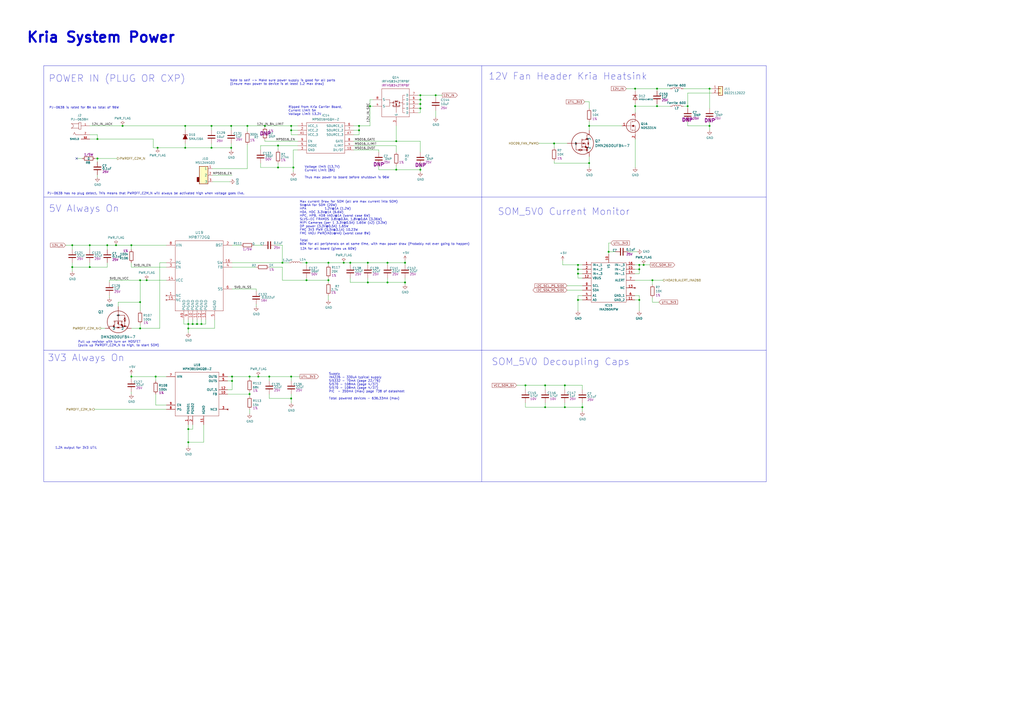
<source format=kicad_sch>
(kicad_sch (version 20230121) (generator eeschema)
  (paper "A2")
  (title_block (title "Top Sheet") (date "2023-12-21") (rev "1.00") (company "ApotheoTech LLC") (comment 1 "SCH: APT-KRIA-FMC") (comment 2 "Author: Chance Reimer"))
  (junction (at 122.682 73.025))
  (junction (at 91.44 85.725))
  (junction (at 76.2 142.24))
  (junction (at 229.87 81.915))
  (junction (at 224.79 163.83))
  (junction (at 370.84 153.67))
  (junction (at 398.907 61.595))
  (junction (at 368.427 61.595))
  (junction (at 370.84 156.21))
  (junction (at 208.28 75.565))
  (junction (at 243.84 60.325))
  (junction (at 56.515 80.645))
  (junction (at 213.36 163.83))
  (junction (at 353.06 146.05))
  (junction (at 156.21 218.44))
  (junction (at 168.91 218.44))
  (junction (at 411.607 51.435))
  (junction (at 327.66 236.22))
  (junction (at 335.28 153.67))
  (junction (at 243.84 55.245))
  (junction (at 107.442 85.725))
  (junction (at 335.28 173.99))
  (junction (at 304.8 223.52))
  (junction (at 341.757 94.615))
  (junction (at 214.63 61.595))
  (junction (at 373.38 153.67))
  (junction (at 41.91 154.94))
  (junction (at 224.79 152.4))
  (junction (at 234.95 163.83))
  (junction (at 109.22 256.54))
  (junction (at 116.84 187.96))
  (junction (at 81.28 190.5))
  (junction (at 378.46 162.56))
  (junction (at 321.437 83.185))
  (junction (at 170.18 97.155))
  (junction (at 335.28 158.75))
  (junction (at 370.84 173.99))
  (junction (at 52.07 142.24))
  (junction (at 56.515 91.948))
  (junction (at 161.29 84.455))
  (junction (at 381.127 61.595))
  (junction (at 134.62 220.98))
  (junction (at 243.84 98.425))
  (junction (at 337.82 236.22))
  (junction (at 149.86 218.44))
  (junction (at 85.09 162.56))
  (junction (at 107.442 73.025))
  (junction (at 161.29 97.155))
  (junction (at 168.91 73.025))
  (junction (at 109.22 187.96))
  (junction (at 134.62 218.44))
  (junction (at 213.36 152.4))
  (junction (at 81.28 175.26))
  (junction (at 411.607 73.025))
  (junction (at 190.5 152.4))
  (junction (at 153.67 73.025))
  (junction (at 62.23 142.24))
  (junction (at 327.66 223.52))
  (junction (at 316.23 236.22))
  (junction (at 199.39 152.4))
  (junction (at 71.12 73.025))
  (junction (at 81.28 162.56))
  (junction (at 163.83 152.4))
  (junction (at 168.91 75.565))
  (junction (at 177.8 152.4))
  (junction (at 177.8 162.56))
  (junction (at 203.2 152.4))
  (junction (at 252.73 55.245))
  (junction (at 41.91 142.24))
  (junction (at 144.78 228.6))
  (junction (at 208.28 73.025))
  (junction (at 234.95 152.4))
  (junction (at 168.91 231.14))
  (junction (at 67.31 142.24))
  (junction (at 368.427 51.435))
  (junction (at 341.757 73.025))
  (junction (at 111.76 187.96))
  (junction (at 109.22 190.5))
  (junction (at 381.127 51.435))
  (junction (at 190.5 162.56))
  (junction (at 109.22 248.92))
  (junction (at 243.84 62.865))
  (junction (at 243.84 57.785))
  (junction (at 134.112 73.025))
  (junction (at 144.78 218.44))
  (junction (at 90.297 218.44))
  (junction (at 229.87 98.425))
  (junction (at 122.682 85.725))
  (junction (at 76.2 218.44))
  (junction (at 114.3 187.96))
  (junction (at 335.28 156.21))
  (junction (at 52.07 154.94))
  (junction (at 143.51 73.025))
  (junction (at 316.23 223.52))
  (junction (at 134.112 85.725))
  (no_connect (at 44.45 91.948))
  (wire (pts (xy 316.23 223.52) (xy 316.23 226.06)))
  (wire (pts (xy 55.245 91.948) (xy 56.515 91.948)))
  (wire (pts (xy 41.91 154.94) (xy 41.91 152.4)))
  (wire (pts (xy 76.2 228.6) (xy 76.2 227.33)))
  (polyline (pts (xy 279.4 38.1) (xy 279.4 279.4)))
  (wire (pts (xy 153.67 81.915) (xy 172.72 81.915)))
  (wire (pts (xy 335.28 161.29) (xy 335.28 158.75)))
  (wire (pts (xy 168.91 78.105) (xy 168.91 75.565)))
  (wire (pts (xy 382.27 175.26) (xy 378.46 175.26)))
  (wire (pts (xy 363.347 51.435) (xy 368.427 51.435)))
  (wire (pts (xy 172.72 86.995) (xy 170.18 86.995)))
  (wire (pts (xy 341.757 90.805) (xy 341.757 94.615)))
  (wire (pts (xy 219.71 98.425) (xy 229.87 98.425)))
  (wire (pts (xy 224.79 152.4) (xy 224.79 153.67)))
  (wire (pts (xy 122.682 85.725) (xy 134.112 85.725)))
  (wire (pts (xy 213.36 152.4) (xy 224.79 152.4)))
  (wire (pts (xy 60.96 190.5) (xy 58.42 190.5)))
  (polyline (pts (xy 25.4 203.2) (xy 444.5 203.2)))
  (wire (pts (xy 172.72 78.105) (xy 168.91 78.105)))
  (wire (pts (xy 56.515 91.948) (xy 56.515 93.853)))
  (wire (pts (xy 229.87 81.915) (xy 243.84 81.915)))
  (wire (pts (xy 216.408 61.595) (xy 214.63 61.595)))
  (wire (pts (xy 229.87 72.898) (xy 229.87 81.915)))
  (wire (pts (xy 341.757 73.025) (xy 360.807 73.025)))
  (wire (pts (xy 335.28 173.99) (xy 335.28 180.34)))
  (wire (pts (xy 234.95 163.83) (xy 224.79 163.83)))
  (wire (pts (xy 109.22 187.96) (xy 106.68 187.96)))
  (wire (pts (xy 370.84 153.67) (xy 368.3 153.67)))
  (wire (pts (xy 147.32 142.24) (xy 152.4 142.24)))
  (wire (pts (xy 144.78 218.44) (xy 144.78 219.71)))
  (wire (pts (xy 52.07 154.94) (xy 52.07 152.4)))
  (wire (pts (xy 85.09 162.56) (xy 81.28 162.56)))
  (wire (pts (xy 52.07 154.94) (xy 41.91 154.94)))
  (wire (pts (xy 134.112 85.725) (xy 134.112 83.185)))
  (wire (pts (xy 205.105 84.455) (xy 229.87 84.455)))
  (wire (pts (xy 335.28 171.45) (xy 335.28 173.99)))
  (wire (pts (xy 370.84 158.75) (xy 370.84 156.21)))
  (wire (pts (xy 243.84 57.785) (xy 243.84 55.245)))
  (wire (pts (xy 337.82 223.52) (xy 327.66 223.52)))
  (wire (pts (xy 116.84 187.96) (xy 119.38 187.96)))
  (wire (pts (xy 190.5 162.56) (xy 190.5 163.83)))
  (wire (pts (xy 190.5 162.56) (xy 190.5 161.29)))
  (wire (pts (xy 368.3 158.75) (xy 370.84 158.75)))
  (wire (pts (xy 81.28 190.5) (xy 92.71 190.5)))
  (wire (pts (xy 76.2 154.94) (xy 76.2 152.4)))
  (wire (pts (xy 134.62 220.98) (xy 132.08 220.98)))
  (wire (pts (xy 341.757 94.615) (xy 321.437 94.615)))
  (wire (pts (xy 107.442 85.725) (xy 107.442 83.185)))
  (wire (pts (xy 144.78 228.6) (xy 144.78 229.87)))
  (wire (pts (xy 243.84 81.915) (xy 243.84 88.265)))
  (wire (pts (xy 304.8 236.22) (xy 316.23 236.22)))
  (wire (pts (xy 76.2 218.44) (xy 90.297 218.44)))
  (wire (pts (xy 168.91 231.14) (xy 168.91 233.68)))
  (wire (pts (xy 67.31 142.24) (xy 62.23 142.24)))
  (wire (pts (xy 111.76 187.96) (xy 114.3 187.96)))
  (wire (pts (xy 368.427 61.595) (xy 381.127 61.595)))
  (wire (pts (xy 123.19 97.79) (xy 143.51 97.79)))
  (wire (pts (xy 327.66 223.52) (xy 327.66 226.06)))
  (wire (pts (xy 151.13 94.615) (xy 151.13 97.155)))
  (wire (pts (xy 252.73 64.135) (xy 252.73 67.945)))
  (wire (pts (xy 168.91 75.565) (xy 168.91 73.025)))
  (wire (pts (xy 168.91 218.44) (xy 173.99 218.44)))
  (wire (pts (xy 156.21 220.98) (xy 156.21 218.44)))
  (wire (pts (xy 364.49 146.05) (xy 369.57 146.05)))
  (wire (pts (xy 123.19 101.6) (xy 134.62 101.6)))
  (wire (pts (xy 123.317 105.41) (xy 133.35 105.41)))
  (wire (pts (xy 243.84 60.325) (xy 242.57 60.325)))
  (wire (pts (xy 76.2 142.24) (xy 96.52 142.24)))
  (wire (pts (xy 149.86 218.44) (xy 156.21 218.44)))
  (wire (pts (xy 316.23 236.22) (xy 316.23 233.68)))
  (wire (pts (xy 213.36 152.4) (xy 213.36 153.67)))
  (wire (pts (xy 111.76 187.96) (xy 111.76 185.42)))
  (wire (pts (xy 52.07 142.24) (xy 52.07 144.78)))
  (wire (pts (xy 203.2 152.4) (xy 203.2 153.67)))
  (wire (pts (xy 122.682 75.565) (xy 122.682 73.025)))
  (wire (pts (xy 190.5 152.4) (xy 190.5 153.67)))
  (wire (pts (xy 337.82 236.22) (xy 337.82 233.68)))
  (wire (pts (xy 109.22 256.54) (xy 109.22 259.08)))
  (wire (pts (xy 81.28 190.5) (xy 76.2 190.5)))
  (polyline (pts (xy 25.4 279.4) (xy 444.5 279.4)))
  (wire (pts (xy 172.72 75.565) (xy 168.91 75.565)))
  (wire (pts (xy 68.58 175.26) (xy 81.28 175.26)))
  (wire (pts (xy 153.67 73.66) (xy 153.67 73.025)))
  (wire (pts (xy 134.62 142.24) (xy 139.7 142.24)))
  (wire (pts (xy 337.82 236.22) (xy 337.82 238.76)))
  (wire (pts (xy 156.21 231.14) (xy 156.21 228.6)))
  (wire (pts (xy 335.28 153.67) (xy 326.39 153.67)))
  (wire (pts (xy 341.757 70.485) (xy 341.757 73.025)))
  (wire (pts (xy 370.84 153.67) (xy 373.38 153.67)))
  (wire (pts (xy 56.515 78.105) (xy 52.07 78.105)))
  (wire (pts (xy 96.52 234.95) (xy 90.297 234.95)))
  (wire (pts (xy 398.907 70.485) (xy 398.907 73.025)))
  (wire (pts (xy 144.78 228.6) (xy 132.08 228.6)))
  (wire (pts (xy 368.427 51.435) (xy 381.127 51.435)))
  (wire (pts (xy 76.2 219.71) (xy 76.2 218.44)))
  (wire (pts (xy 144.78 227.33) (xy 144.78 228.6)))
  (wire (pts (xy 144.78 240.03) (xy 144.78 237.49)))
  (wire (pts (xy 156.21 218.44) (xy 168.91 218.44)))
  (wire (pts (xy 134.62 218.44) (xy 144.78 218.44)))
  (wire (pts (xy 214.63 61.595) (xy 214.63 57.785)))
  (wire (pts (xy 163.83 154.94) (xy 163.83 162.56)))
  (wire (pts (xy 224.79 163.83) (xy 224.79 161.29)))
  (wire (pts (xy 134.62 220.98) (xy 134.62 218.44)))
  (wire (pts (xy 337.82 161.29) (xy 335.28 161.29)))
  (wire (pts (xy 304.8 233.68) (xy 304.8 236.22)))
  (wire (pts (xy 119.38 187.96) (xy 119.38 185.42)))
  (wire (pts (xy 76.2 142.24) (xy 67.31 142.24)))
  (wire (pts (xy 335.28 156.21) (xy 335.28 153.67)))
  (wire (pts (xy 38.1 142.24) (xy 41.91 142.24)))
  (wire (pts (xy 243.84 55.245) (xy 242.57 55.245)))
  (wire (pts (xy 62.23 142.24) (xy 52.07 142.24)))
  (wire (pts (xy 243.84 62.865) (xy 242.57 62.865)))
  (wire (pts (xy 56.515 78.105) (xy 56.515 80.645)))
  (wire (pts (xy 368.427 65.405) (xy 368.427 61.595)))
  (wire (pts (xy 208.28 73.025) (xy 205.105 73.025)))
  (wire (pts (xy 321.437 94.615) (xy 321.437 93.345)))
  (wire (pts (xy 132.08 226.06) (xy 134.62 226.06)))
  (polyline (pts (xy 25.4 38.1) (xy 25.4 279.4)))
  (wire (pts (xy 203.2 163.83) (xy 203.2 161.29)))
  (wire (pts (xy 92.71 152.4) (xy 92.71 190.5)))
  (wire (pts (xy 148.59 168.91) (xy 148.59 167.64)))
  (wire (pts (xy 107.442 85.725) (xy 122.682 85.725)))
  (wire (pts (xy 224.79 163.83) (xy 213.36 163.83)))
  (wire (pts (xy 205.105 81.915) (xy 229.87 81.915)))
  (wire (pts (xy 134.112 75.565) (xy 134.112 73.025)))
  (wire (pts (xy 234.95 163.83) (xy 234.95 165.1)))
  (wire (pts (xy 252.73 56.515) (xy 252.73 55.245)))
  (wire (pts (xy 370.84 173.99) (xy 370.84 180.34)))
  (polyline (pts (xy 25.4 38.1) (xy 444.5 38.1)))
  (wire (pts (xy 190.5 171.45) (xy 190.5 173.99)))
  (wire (pts (xy 153.67 81.915) (xy 153.67 81.28)))
  (wire (pts (xy 299.72 223.52) (xy 304.8 223.52)))
  (wire (pts (xy 229.87 84.455) (xy 229.87 88.265)))
  (wire (pts (xy 168.91 218.44) (xy 168.91 220.98)))
  (wire (pts (xy 134.112 85.725) (xy 134.112 86.995)))
  (wire (pts (xy 177.8 153.67) (xy 177.8 152.4)))
  (wire (pts (xy 378.46 175.26) (xy 378.46 172.72)))
  (wire (pts (xy 337.82 226.06) (xy 337.82 223.52)))
  (wire (pts (xy 81.28 190.5) (xy 81.28 187.96)))
  (wire (pts (xy 177.8 161.29) (xy 177.8 162.56)))
  (wire (pts (xy 243.84 62.865) (xy 243.84 60.325)))
  (wire (pts (xy 243.84 95.885) (xy 243.84 98.425)))
  (wire (pts (xy 114.3 187.96) (xy 116.84 187.96)))
  (wire (pts (xy 170.18 86.995) (xy 170.18 97.155)))
  (wire (pts (xy 321.437 85.725) (xy 321.437 83.185)))
  (wire (pts (xy 96.52 237.49) (xy 54.61 237.49)))
  (wire (pts (xy 381.127 61.595) (xy 388.747 61.595)))
  (wire (pts (xy 368.3 171.45) (xy 370.84 171.45)))
  (wire (pts (xy 252.73 55.245) (xy 256.54 55.245)))
  (wire (pts (xy 205.105 78.105) (xy 208.28 78.105)))
  (wire (pts (xy 370.84 156.21) (xy 370.84 153.67)))
  (wire (pts (xy 229.87 98.425) (xy 229.87 95.885)))
  (wire (pts (xy 63.5 171.45) (xy 63.5 172.72)))
  (wire (pts (xy 341.757 59.055) (xy 339.217 59.055)))
  (wire (pts (xy 388.747 51.435) (xy 381.127 51.435)))
  (wire (pts (xy 208.28 78.105) (xy 208.28 75.565)))
  (wire (pts (xy 96.52 152.4) (xy 92.71 152.4)))
  (wire (pts (xy 62.23 152.4) (xy 62.23 154.94)))
  (wire (pts (xy 90.297 218.44) (xy 96.52 218.44)))
  (wire (pts (xy 341.757 94.615) (xy 341.757 97.155)))
  (wire (pts (xy 56.515 80.645) (xy 88.9 80.645)))
  (wire (pts (xy 242.57 65.405) (xy 243.84 65.405)))
  (wire (pts (xy 219.71 95.885) (xy 219.71 98.425)))
  (wire (pts (xy 168.91 73.025) (xy 172.72 73.025)))
  (wire (pts (xy 81.28 162.56) (xy 81.28 175.26)))
  (wire (pts (xy 161.29 86.995) (xy 161.29 84.455)))
  (wire (pts (xy 118.11 246.38) (xy 118.11 256.54)))
  (wire (pts (xy 168.91 228.6) (xy 168.91 231.14)))
  (wire (pts (xy 90.297 228.6) (xy 90.297 234.95)))
  (polyline (pts (xy 444.5 38.1) (xy 444.5 279.4)))
  (wire (pts (xy 122.682 73.025) (xy 134.112 73.025)))
  (wire (pts (xy 151.13 86.995) (xy 151.13 84.455)))
  (wire (pts (xy 208.28 75.565) (xy 208.28 73.025)))
  (wire (pts (xy 163.83 152.4) (xy 134.62 152.4)))
  (wire (pts (xy 109.22 185.42) (xy 109.22 187.96)))
  (wire (pts (xy 337.82 168.275) (xy 328.93 168.275)))
  (wire (pts (xy 203.2 152.4) (xy 213.36 152.4)))
  (wire (pts (xy 107.442 73.025) (xy 122.682 73.025)))
  (wire (pts (xy 109.22 190.5) (xy 109.22 193.04)))
  (wire (pts (xy 52.07 142.24) (xy 41.91 142.24)))
  (wire (pts (xy 118.11 256.54) (xy 109.22 256.54)))
  (wire (pts (xy 107.442 75.565) (xy 107.442 73.025)))
  (wire (pts (xy 41.91 142.24) (xy 41.91 144.78)))
  (wire (pts (xy 321.437 83.185) (xy 329.057 83.185)))
  (wire (pts (xy 316.23 223.52) (xy 327.66 223.52)))
  (wire (pts (xy 213.36 163.83) (xy 203.2 163.83)))
  (wire (pts (xy 370.84 171.45) (xy 370.84 173.99)))
  (wire (pts (xy 134.62 154.94) (xy 148.59 154.94)))
  (wire (pts (xy 368.427 80.645) (xy 368.427 97.155)))
  (wire (pts (xy 335.28 158.75) (xy 337.82 158.75)))
  (wire (pts (xy 335.28 158.75) (xy 335.28 156.21)))
  (wire (pts (xy 124.46 185.42) (xy 124.46 190.5)))
  (wire (pts (xy 68.58 177.8) (xy 68.58 175.26)))
  (wire (pts (xy 91.44 85.725) (xy 107.442 85.725)))
  (wire (pts (xy 321.437 83.185) (xy 312.547 83.185)))
  (wire (pts (xy 109.22 187.96) (xy 111.76 187.96)))
  (wire (pts (xy 109.22 190.5) (xy 124.46 190.5)))
  (wire (pts (xy 373.38 153.67) (xy 377.19 153.67)))
  (wire (pts (xy 161.29 97.155) (xy 170.18 97.155)))
  (wire (pts (xy 63.5 163.83) (xy 63.5 162.56)))
  (wire (pts (xy 214.63 61.595) (xy 214.63 73.025)))
  (wire (pts (xy 76.2 154.94) (xy 96.52 154.94)))
  (wire (pts (xy 356.87 146.05) (xy 353.06 146.05)))
  (wire (pts (xy 381.127 61.595) (xy 381.127 60.325)))
  (wire (pts (xy 327.66 236.22) (xy 327.66 233.68)))
  (wire (pts (xy 304.8 223.52) (xy 316.23 223.52)))
  (wire (pts (xy 234.95 161.29) (xy 234.95 163.83)))
  (wire (pts (xy 143.51 73.025) (xy 153.67 73.025)))
  (wire (pts (xy 134.62 226.06) (xy 134.62 220.98)))
  (wire (pts (xy 335.28 156.21) (xy 337.82 156.21)))
  (wire (pts (xy 52.07 73.025) (xy 71.12 73.025)))
  (wire (pts (xy 396.367 51.435) (xy 411.607 51.435)))
  (wire (pts (xy 76.2 144.78) (xy 76.2 142.24)))
  (wire (pts (xy 341.757 73.025) (xy 341.757 75.565)))
  (wire (pts (xy 213.36 163.83) (xy 213.36 161.29)))
  (wire (pts (xy 62.23 142.24) (xy 62.23 144.78)))
  (wire (pts (xy 411.607 73.025) (xy 411.607 70.485)))
  (wire (pts (xy 234.95 152.4) (xy 234.95 151.003)))
  (wire (pts (xy 81.28 162.56) (xy 63.5 162.56)))
  (wire (pts (xy 161.29 84.455) (xy 172.72 84.455)))
  (wire (pts (xy 243.84 98.425) (xy 243.84 99.695)))
  (wire (pts (xy 111.76 248.92) (xy 111.76 246.38)))
  (wire (pts (xy 153.67 73.025) (xy 168.91 73.025)))
  (wire (pts (xy 144.78 218.44) (xy 149.86 218.44)))
  (polyline (pts (xy 25.4 114.3) (xy 444.5 114.3)))
  (wire (pts (xy 214.63 57.785) (xy 216.408 57.785)))
  (wire (pts (xy 199.39 152.4) (xy 203.2 152.4)))
  (wire (pts (xy 109.22 248.92) (xy 111.76 248.92)))
  (wire (pts (xy 205.105 86.995) (xy 219.71 86.995)))
  (wire (pts (xy 41.91 154.94) (xy 41.91 157.48)))
  (wire (pts (xy 161.29 94.615) (xy 161.29 97.155)))
  (wire (pts (xy 398.907 73.025) (xy 411.607 73.025)))
  (wire (pts (xy 56.515 91.948) (xy 67.945 91.948)))
  (wire (pts (xy 177.8 152.4) (xy 190.5 152.4)))
  (wire (pts (xy 163.83 162.56) (xy 177.8 162.56)))
  (wire (pts (xy 243.84 55.245) (xy 252.73 55.245)))
  (wire (pts (xy 109.22 246.38) (xy 109.22 248.92)))
  (wire (pts (xy 122.682 85.725) (xy 122.682 83.185)))
  (wire (pts (xy 76.2 217.17) (xy 76.2 218.44)))
  (wire (pts (xy 116.84 187.96) (xy 116.84 185.42)))
  (wire (pts (xy 47.625 91.948) (xy 44.45 91.948)))
  (wire (pts (xy 90.297 220.98) (xy 90.297 218.44)))
  (wire (pts (xy 224.79 152.4) (xy 234.95 152.4)))
  (wire (pts (xy 243.84 65.405) (xy 243.84 62.865)))
  (wire (pts (xy 156.21 154.94) (xy 163.83 154.94)))
  (wire (pts (xy 151.13 84.455) (xy 161.29 84.455)))
  (wire (pts (xy 316.23 236.22) (xy 327.66 236.22)))
  (wire (pts (xy 134.62 218.44) (xy 132.08 218.44)))
  (wire (pts (xy 411.607 73.025) (xy 411.607 75.565)))
  (wire (pts (xy 134.62 167.64) (xy 148.59 167.64)))
  (wire (pts (xy 327.66 236.22) (xy 337.82 236.22)))
  (wire (pts (xy 398.907 62.865) (xy 398.907 61.595)))
  (wire (pts (xy 341.757 62.865) (xy 341.757 59.055)))
  (wire (pts (xy 81.28 175.26) (xy 81.28 180.34)))
  (wire (pts (xy 167.64 152.4) (xy 163.83 152.4)))
  (wire (pts (xy 381.127 51.435) (xy 381.127 52.705)))
  (wire (pts (xy 208.28 75.565) (xy 205.105 75.565)))
  (wire (pts (xy 88.9 85.725) (xy 91.44 85.725)))
  (wire (pts (xy 71.12 73.025) (xy 107.442 73.025)))
  (wire (pts (xy 243.84 57.785) (xy 242.57 57.785)))
  (wire (pts (xy 143.51 83.82) (xy 143.51 97.79)))
  (wire (pts (xy 170.18 97.155) (xy 170.18 99.695)))
  (wire (pts (xy 335.28 173.99) (xy 337.82 173.99)))
  (wire (pts (xy 96.52 162.56) (xy 85.09 162.56)))
  (wire (pts (xy 177.8 152.4) (xy 175.26 152.4)))
  (wire (pts (xy 337.82 171.45) (xy 335.28 171.45)))
  (wire (pts (xy 190.5 152.4) (xy 199.39 152.4)))
  (wire (pts (xy 353.06 147.32) (xy 353.06 146.05)))
  (wire (pts (xy 370.84 173.99) (xy 368.3 173.99)))
  (wire (pts (xy 378.46 165.1) (xy 378.46 162.56)))
  (wire (pts (xy 353.06 140.97) (xy 354.33 140.97)))
  (wire (pts (xy 62.23 154.94) (xy 52.07 154.94)))
  (wire (pts (xy 304.8 223.52) (xy 304.8 226.06)))
  (wire (pts (xy 368.427 60.325) (xy 368.427 61.595)))
  (wire (pts (xy 56.515 101.473) (xy 56.515 102.743)))
  (wire (pts (xy 368.3 162.56) (xy 378.46 162.56)))
  (wire (pts (xy 368.427 52.705) (xy 368.427 51.435)))
  (wire (pts (xy 151.13 97.155) (xy 161.29 97.155)))
  (wire (pts (xy 396.367 61.595) (xy 398.907 61.595)))
  (wire (pts (xy 219.71 86.995) (xy 219.71 88.265)))
  (wire (pts (xy 337.82 165.735) (xy 328.93 165.735)))
  (wire (pts (xy 326.39 153.67) (xy 326.39 151.13)))
  (wire (pts (xy 370.84 156.21) (xy 368.3 156.21)))
  (wire (pts (xy 52.07 80.645) (xy 56.515 80.645)))
  (wire (pts (xy 411.607 51.435) (xy 412.877 51.435)))
  (wire (pts (xy 398.907 53.975) (xy 398.907 61.595)))
  (wire (pts (xy 412.877 53.975) (xy 398.907 53.975)))
  (wire (pts (xy 243.84 60.325) (xy 243.84 57.785)))
  (wire (pts (xy 177.8 162.56) (xy 190.5 162.56)))
  (wire (pts (xy 335.28 153.67) (xy 337.82 153.67)))
  (wire (pts (xy 168.91 231.14) (xy 156.21 231.14)))
  (wire (pts (xy 134.112 73.025) (xy 143.51 73.025)))
  (wire (pts (xy 114.3 187.96) (xy 114.3 185.42)))
  (wire (pts (xy 353.06 146.05) (xy 353.06 140.97)))
  (wire (pts (xy 234.95 152.4) (xy 234.95 153.67)))
  (wire (pts (xy 208.28 73.025) (xy 214.63 73.025)))
  (wire (pts (xy 378.46 162.56) (xy 384.81 162.56)))
  (wire (pts (xy 143.51 76.2) (xy 143.51 73.025)))
  (wire (pts (xy 148.59 176.53) (xy 148.59 177.8)))
  (wire (pts (xy 109.22 256.54) (xy 109.22 248.92)))
  (wire (pts (xy 106.68 187.96) (xy 106.68 185.42)))
  (wire (pts (xy 88.9 80.645) (xy 88.9 85.725)))
  (wire (pts (xy 160.02 142.24) (xy 163.83 142.24)))
  (wire (pts (xy 411.607 51.435) (xy 411.607 62.865)))
  (wire (pts (xy 163.83 142.24) (xy 163.83 152.4)))
  (wire (pts (xy 109.22 190.5) (xy 109.22 187.96)))
  (wire (pts (xy 243.84 98.425) (xy 229.87 98.425)))
  (text "3V3 Always On " (at 27.559 210.058 0) (effects (font (size 3.9878 3.9878)) (justify left bottom)))
  (text "Supply\nINA226 - 330uA typical supply\nSI5332 - 70mA (page 22/76)\nSI570 - 108mA (page 4/37)\nSI570 - 108mA (page 4/37)\nPIC  - 350mA (max) page 738 of datasheet\n\nTotal powered devices - 636.33mA (max)\n\n\n\n" (at 190.754 238.125 0) (effects (font (size 1.27 1.27)) (justify left bottom)))
  (text "PJ-063B has no plug detect. This means that PWROFF_C2M_N will always be activated high when voltage goes live. " (at 27.432 113.03 0) (effects (font (size 1.27 1.27)) (justify left bottom)))
  (text "12A for all board (gives us 60W)" (at 174.117 145.161 0) (effects (font (size 1.27 1.27)) (justify left bottom)))
  (text "Kria System Power" (at 15.113 25.273 0) (effects (font (size 5.9944 5.9944) (thickness 1.1989) bold) (justify left bottom)))
  (text "SOM_5V0 Current Monitor" (at 288.671 125.222 0) (effects (font (size 3.9878 3.9878)) (justify left bottom)))
  (text "Ripped from Kria Carrier Board,\nCurrent Limit 5A\nVoltage Limit 13.2V" (at 167.259 67.056 0) (effects (font (size 1.27 1.27)) (justify left bottom)))
  (text "Note to self -> Make sure power supply is good for all parts\n(Ensure max power to device is at least 1.2 max draw)" (at 133.35 49.53 0) (effects (font (size 1.27 1.27)) (justify left bottom)))
  (text "SOM_5V0 Decoupling Caps" (at 285.115 212.344 0) (effects (font (size 3.9878 3.9878)) (justify left bottom)))
  (text "POWER IN (PLUG OR CXP)" (at 28.194 48.006 0) (effects (font (size 3.9878 3.9878)) (justify left bottom)))
  (text "1.2A output for 3V3 UTIL" (at 32.004 260.604 0) (effects (font (size 1.27 1.27)) (justify left bottom)))
  (text "Pull up resistor with turn on MOSFET\n(pulls up PWROFF_C2M_N to high, to start SOM)" (at 45.212 201.168 0) (effects (font (size 1.27 1.27)) (justify left bottom)))
  (text "PJ-063B is rated for 8A so total of 96W" (at 28.575 63.246 0) (effects (font (size 1.27 1.27)) (justify left bottom)))
  (text "Voltage limit (13.7V)\nCurrent Limit (8A)\n\nThus max power to board before shutdown is 96W" (at 176.657 103.759 0) (effects (font (size 1.27 1.27)) (justify left bottom)))
  (text "5V Always On " (at 28.321 123.444 0) (effects (font (size 3.9878 3.9878)) (justify left bottom)))
  (text "12V Fan Header Kria Heatsink" (at 283.337 46.736 0) (effects (font (size 3.9878 3.9878)) (justify left bottom)))
  (text "Max current Draw for SOM (all are max current into SOM)\n5V@4A for SOM (20W)\nHPA           1.2V@1A (1.2W)\nHDA, HDC 3.3V@1A (6.6W)\nHPC, HPB, HDB VADJ@1A (worst case 6W)\nSLVS-EC FRAMOS 3.8V@0.6A, 1.8V@0.6A (3.36W)\nMIPI Cameras (per 1 3.3V@0.5A) 1.65W (x2) (3.3W)\nDP power (3.3V@0.5A) 1.65W\nFMC 3V3 PWR (3.3V@3.1A) 10.23W\nFMC VADJ PWR(VADJ@4A) (worst case 8W)\n\nTotal \n60W for all peripherals on at same time, with max power draw (Probably not ever going to happen)" (at 173.863 142.367 0) (effects (font (size 1.27 1.27)) (justify left bottom)))
  (label "5V0_IN_SS" (at 135.89 167.64 0))
  (label "MP5016_EN" (at 160.02 81.915 0))
  (label "12V_IN_SRC" (at 214.63 70.993 90))
  (label "12V_IN_B4_LIMIT" (at 148.971 73.025 0))
  (label "5V0_IN_VCC" (at 63.5 162.56 0))
  (label "M5016_GATE" (at 205.74 81.915 0))
  (label "M5016_DVDT" (at 205.74 86.995 0))
  (label "MP5016_EN" (at 134.62 101.6 180))
  (label "5V0_IN_EN" (at 77.47 154.94 0))
  (label "12V_IN_JACK" (at 53.213 73.025 0))
  (label "M5016_ILIMIT" (at 205.74 84.455 0))
  (global_label "VCC_SOM_5V" (shape output) (at 377.19 153.67 0) (property "Intersheetrefs" "${INTERSHEET_REFS}" (effects hide)))
  (global_label "12V_IN" (shape input) (at 363.347 51.435 180) (property "Intersheetrefs" "${INTERSHEET_REFS}" (effects hide)))
  (global_label "UTIL_3V3" (shape output) (at 173.99 218.44 0) (property "Intersheetrefs" "${INTERSHEET_REFS}" (effects hide)))
  (global_label "12V_IN" (shape input) (at 38.1 142.24 180) (property "Intersheetrefs" "${INTERSHEET_REFS}" (effects hide)))
  (global_label "UTIL_3V3" (shape input) (at 339.217 59.055 180) (property "Intersheetrefs" "${INTERSHEET_REFS}" (effects hide)))
  (global_label "UTIL_3V3" (shape input) (at 382.27 175.26 0) (property "Intersheetrefs" "${INTERSHEET_REFS}" (effects hide)))
  (global_label "12V_IN" (shape output) (at 256.54 55.245 0) (property "Intersheetrefs" "${INTERSHEET_REFS}" (effects hide)))
  (global_label "I2C_SDA_PS_SIDE" (shape bidirectional) (at 328.93 168.275 180) (property "Intersheetrefs" "${INTERSHEET_REFS}" (effects hide)))
  (global_label "UTIL_3V3" (shape input) (at 354.33 140.97 0) (property "Intersheetrefs" "${INTERSHEET_REFS}" (effects hide)))
  (global_label "I2C_SCL_PS_SIDE" (shape input) (at 328.93 165.735 180) (property "Intersheetrefs" "${INTERSHEET_REFS}" (effects hide)))
  (global_label "VCC_SOM_5V" (shape input) (at 299.72 223.52 180) (property "Intersheetrefs" "${INTERSHEET_REFS}" (effects hide)))
  (hierarchical_label "PWROFF_C2M_N" (shape output) (at 67.945 91.948 0))
  (hierarchical_label "HDC09_FAN_PWM" (shape input) (at 312.547 83.185 180))
  (hierarchical_label "PWROFF_C2M_N" (shape output) (at 58.42 190.5 180))
  (hierarchical_label "PWROFF_C2M_N" (shape output) (at 54.61 237.49 180))
  (hierarchical_label "HDA19_ALERT_INA260" (shape output) (at 384.81 162.56 0))
  (symbol (lib_id "Device:C") (at 56.515 97.663 180) (unit 1)
    (property "Reference" "C?" (at 60.579 96.139 0))
    (property "Value" "0.1uF" (at 62.103 97.79 0))
    (property "Footprint" "Capacitor_SMD:C_0402_1005Metric" (effects hide))
    (property "PartNumber" "TMK105BJ104KVHF" (effects hide))
    (property "Tolerance" "+-10%" (effects hide))
    (property "Voltage" "25V" (at 61.214 99.695 0))
    (property "Temp_Val" "X5R" (effects hide))
    (property "URL" "https://www.digikey.com/en/products/detail/TMK105BJ104KVHF/587-3808-1-ND/4811278?itemSeq=375666509" (effects hide))
    (instances (project "APT-KRIA-FMC" (path "" (reference "C?") (unit 1)) (path "" (reference "C124") (unit 1)) (path "" (reference "C?") (unit 1))))
  )
  (symbol (lib_id "power:GND") (at 56.515 102.743 0) (unit 1)
    (property "Reference" "#PWR0149" (effects hide))
    (property "Value" "GND" (at 56.642 107.1372 0))
  )
  (symbol (lib_id "ApotheoTech:INA260AIPW") (at 353.695 162.56 0) (unit 1)
    (property "Reference" "IC15" (at 353.06 177.1142 0))
    (property "Value" "INA260AIPW" (at 353.06 179.4256 0))
    (property "Footprint" "ApotheoTech_CXP_Lib:INA260AIPW" (effects hide))
    (property "Datasheet" "http://www.ti.com/lit/gpn/ina260" (effects hide))
    (property "Description" "36V, Bi-Dir, High Accuracy, Low-/High-Side, I2C Current/Pwr Monitor w/Integrated 2m Shunt Resistor" (effects hide))
    (property "Height" "1.2" (effects hide))
    (property "Mouser Part Number" "595-INA260AIPW" (effects hide))
    (property "Mouser Price/Stock" "https://www.mouser.co.uk/ProductDetail/Texas-Instruments/INA260AIPW?qs=vcbl%252BK4rRlcSW9Qk2RkXdg%3D%3D" (effects hide))
    (property "Manufacturer_Name" "Texas Instruments" (effects hide))
    (property "Manufacturer_Part_Number" "INA260AIPW" (effects hide))
  )
  (symbol (lib_id "Device:C") (at 134.112 79.375 180) (unit 1)
    (property "Reference" "C131" (at 137.922 77.47 0))
    (property "Value" "1uF" (at 138.557 79.121 0))
    (property "Footprint" "Capacitor_SMD:C_0402_1005Metric" (effects hide))
    (property "PartNumber" "C1005X5R1E105K050BE‎ " (effects hide))
    (property "Tolerance" "+-10%" (effects hide))
    (property "Voltage" "25V" (at 138.684 80.899 0))
    (property "Temp_Val" "X5R" (effects hide))
    (property "URL" "https://www.digikey.com/en/products/detail/C1005X5R1E105K050BE/445-175215-1-ND/7907779?itemSeq=374777296" (effects hide))
    (property "Alt" "N/A" (effects hide))
    (instances (project "APT-KRIA-FMC" (path "" (reference "C131") (unit 1)) (path "" (reference "C?") (unit 1))))
  )
  (symbol (lib_id "Device:C") (at 122.682 79.375 0) (unit 1)
    (property "Reference" "C129" (at 125.603 77.0636 0) (effects (justify left)))
    (property "Value" "10uF" (at 125.603 79.375 0) (effects (justify left)))
    (property "Footprint" "Capacitor_SMD:C_1206_3216Metric" (effects hide))
    (property "Tolerance" "+-10%" (effects hide))
    (property "Voltage" "25V" (at 125.603 81.6864 0) (effects (justify left)))
    (property "PartNumber" "CL31B106KAHNFNE" (effects hide))
    (property "URL" "https://www.digikey.com/product-detail/en/samsung-electro-mechanics/CL31B106KAHNFNE/1276-3100-1-ND/3891186" (effects hide))
    (property "Alt" "GRM31CR71E106KA12L" (effects hide))
  )
  (symbol (lib_id "APT-KRIA-FMC-rescue:D_Zener_ALT-Device") (at 107.442 79.375 270) (unit 1)
    (property "Reference" "D10" (at 109.474 78.2066 90) (effects (justify left)))
    (property "Value" "SMAJ16A" (at 109.474 80.518 90) (effects (justify left)))
    (property "Footprint" "Diode_SMD:D_SMA" (effects hide))
    (property "PartNumber" "SMAJ16A" (effects hide))
  )
  (symbol (lib_id "power:GND") (at 134.112 86.995 0) (unit 1)
    (property "Reference" "#PWR0158" (effects hide))
    (property "Value" "GND" (at 134.239 91.3892 0))
  )
  (symbol (lib_id "power:+5V") (at 326.39 151.13 0) (unit 1)
    (property "Reference" "#PWR0168" (effects hide))
    (property "Value" "+5V" (at 326.771 146.7358 0))
  )
  (symbol (lib_id "power:GND") (at 335.28 180.34 0) (unit 1)
    (property "Reference" "#PWR0169" (effects hide))
    (property "Value" "GND" (at 335.407 184.7342 0))
  )
  (symbol (lib_id "power:GND") (at 370.84 180.34 0) (mirror y) (unit 1)
    (property "Reference" "#PWR0174" (effects hide))
    (property "Value" "GND" (at 370.713 184.7342 0))
  )
  (symbol (lib_id "ApotheoTech:MP5016HGQH-Z") (at 187.325 79.375 0) (unit 1)
    (property "Reference" "IC14" (at 188.8998 66.929 0))
    (property "Value" "MP5016HGQH-Z" (at 188.8998 69.2404 0))
    (property "Footprint" "ApotheoTech_CXP_Lib:MP5016HGQHZ" (effects hide))
    (property "Datasheet" "https://componentsearchengine.com/Datasheets/1/MP5016HGQH-Z.pdf" (effects hide))
    (property "Description" "Hot Swap Voltage Controllers 2.7 - 22V, 0.7 - 5A, Current Limit Switch with Over-Voltage Clamp and Reverse Blocking" (effects hide))
    (property "Height" "0.9" (effects hide))
    (property "Mouser Part Number" "946-MP5016HGQH-Z" (effects hide))
    (property "Mouser Price/Stock" "https://www.mouser.co.uk/ProductDetail/Monolithic-Power-Systems-MPS/MP5016HGQH-Z?qs=YCa%2FAAYMW00hGdkGCCsW%252Bw%3D%3D" (effects hide))
    (property "Manufacturer_Name" "Monolithic Power Systems (MPS)" (effects hide))
    (property "Manufacturer_Part_Number" "MP5016HGQH-Z" (effects hide))
  )
  (symbol (lib_id "Device:R") (at 153.67 77.47 0) (unit 1)
    (property "Reference" "R?" (at 155.829 77.597 0) (effects (justify left)))
    (property "Value" "DNP" (at 155.702 79.248 0) (effects (justify left)))
    (property "Footprint" "Resistor_SMD:R_0402_1005Metric" (effects hide))
    (property "Tolerance" "1%" (at 155.829 75.946 0) (effects (justify left)))
    (property "Power" "1/10W" (effects hide))
    (property "PartNumber" "ERJ-2RKF3003X" (effects hide))
    (property "URL" "https://www.digikey.com/en/products/detail/ERJ-2RKF3003X/P300KLCT-ND/1746669?itemSeq=376404154" (effects hide))
    (property "DNP" "DNP" (at 153.67 77.47 0) (effects (font (size 2.0066 2.0066) bold italic)))
    (property "DNP_Val" "300k" (effects hide))
    (instances (project "APT-KRIA-FMC" (path "" (reference "R?") (unit 1)) (path "" (reference "R114") (unit 1)) (path "" (reference "R?") (unit 1))))
  )
  (symbol (lib_id "ApotheoTech:MPM3810AGQB-Z") (at 114.3 234.95 0) (unit 1)
    (property "Reference" "U18" (at 114.3 211.709 0))
    (property "Value" "MPM3810AGQB-Z" (at 114.3 214.0204 0))
    (property "Footprint" "ApotheoTech_CXP_Lib:MPM3810GQB" (effects hide))
    (instances (project "APT-KRIA-FMC" (path "" (reference "U18") (unit 1)) (path "" (reference "U?") (unit 1))))
  )
  (symbol (lib_id "power:GND") (at 109.22 259.08 0) (unit 1)
    (property "Reference" "#PWR0156" (effects hide))
    (property "Value" "GND" (at 109.347 263.4742 0))
    (instances (project "APT-KRIA-FMC" (path "" (reference "#PWR0156") (unit 1)) (path "" (reference "#PWR?") (unit 1))))
  )
  (symbol (lib_id "Device:C") (at 76.2 223.52 180) (unit 1)
    (property "Reference" "C127" (at 80.01 221.615 0))
    (property "Value" "22uF" (at 81.28 223.266 0))
    (property "Footprint" "Capacitor_SMD:C_0805_2012Metric" (effects hide))
    (property "PartNumber" "CC0805MKX5R8BB226" (effects hide))
    (property "Tolerance" "+-20%" (effects hide))
    (property "Voltage" "25V" (at 80.772 225.044 0))
    (property "Temp_Val" "X5R" (effects hide))
    (property "URL" "https://www.digikey.com/en/products/detail/C1005X5R1E105K050BE/445-175215-1-ND/7907779?itemSeq=374777296" (effects hide))
    (property "Alt" "N/A" (effects hide))
    (instances (project "APT-KRIA-FMC" (path "" (reference "C127") (unit 1)) (path "" (reference "C?") (unit 1)) (path "" (reference "C?") (unit 1))))
  )
  (symbol (lib_id "power:GND") (at 76.2 228.6 0) (unit 1)
    (property "Reference" "#PWR?" (effects hide))
    (property "Value" "GND" (at 76.327 232.9942 0))
    (instances (project "APT-KRIA-FMC" (path "" (reference "#PWR?") (unit 1)) (path "" (reference "#PWR0152") (unit 1))))
  )
  (symbol (lib_id "power:+5V") (at 76.2 217.17 0) (unit 1)
    (property "Reference" "#PWR?" (effects hide))
    (property "Value" "+5V" (at 76.581 212.7758 0))
    (instances (project "APT-KRIA-FMC" (path "" (reference "#PWR?") (unit 1)) (path "" (reference "#PWR0151") (unit 1))))
  )
  (symbol (lib_id "power:GND") (at 144.78 240.03 0) (unit 1)
    (property "Reference" "#PWR?" (effects hide))
    (property "Value" "GND" (at 144.907 244.4242 0))
    (instances (project "APT-KRIA-FMC" (path "" (reference "#PWR?") (unit 1)) (path "" (reference "#PWR0159") (unit 1))))
  )
  (symbol (lib_id "Device:C") (at 156.21 224.79 180) (unit 1)
    (property "Reference" "C135" (at 160.02 222.885 0))
    (property "Value" "22uF" (at 161.29 224.536 0))
    (property "Footprint" "Capacitor_SMD:C_0805_2012Metric" (effects hide))
    (property "PartNumber" "CC0805MKX5R8BB226" (effects hide))
    (property "Tolerance" "+-20%" (effects hide))
    (property "Voltage" "25V" (at 160.782 226.314 0))
    (property "Temp_Val" "X5R" (effects hide))
    (property "URL" "https://www.digikey.com/en/products/detail/C1005X5R1E105K050BE/445-175215-1-ND/7907779?itemSeq=374777296" (effects hide))
    (property "Alt" "N/A" (effects hide))
    (instances (project "APT-KRIA-FMC" (path "" (reference "C135") (unit 1)) (path "" (reference "C?") (unit 1)) (path "" (reference "C?") (unit 1))))
  )
  (symbol (lib_id "Device:C") (at 168.91 224.79 180) (unit 1)
    (property "Reference" "C136" (at 172.72 222.885 0))
    (property "Value" "22uF" (at 173.99 224.536 0))
    (property "Footprint" "Capacitor_SMD:C_0805_2012Metric" (effects hide))
    (property "PartNumber" "CC0805MKX5R8BB226" (effects hide))
    (property "Tolerance" "+-20%" (effects hide))
    (property "Voltage" "25V" (at 173.482 226.314 0))
    (property "Temp_Val" "X5R" (effects hide))
    (property "URL" "https://www.digikey.com/en/products/detail/C1005X5R1E105K050BE/445-175215-1-ND/7907779?itemSeq=374777296" (effects hide))
    (property "Alt" "N/A" (effects hide))
    (instances (project "APT-KRIA-FMC" (path "" (reference "C136") (unit 1)) (path "" (reference "C?") (unit 1)) (path "" (reference "C?") (unit 1))))
  )
  (symbol (lib_id "power:GND") (at 168.91 233.68 0) (unit 1)
    (property "Reference" "#PWR?" (effects hide))
    (property "Value" "GND" (at 169.037 238.0742 0))
    (instances (project "APT-KRIA-FMC" (path "" (reference "#PWR?") (unit 1)) (path "" (reference "#PWR0161") (unit 1))))
  )
  (symbol (lib_id "Device:R") (at 144.78 233.68 0) (unit 1)
    (property "Reference" "R113" (at 146.558 232.5116 0) (effects (justify left)))
    (property "Value" "15k" (at 146.558 234.823 0) (effects (justify left)))
    (property "Footprint" "Resistor_SMD:R_0402_1005Metric" (effects hide))
    (property "PartNumber" "ERJ-2RKF1502X" (effects hide))
    (property "Tol" "1%" (at 148.082 236.728 0))
    (property "Power" "1/10W" (effects hide))
    (instances (project "APT-KRIA-FMC" (path "" (reference "R113") (unit 1)) (path "" (reference "R?") (unit 1)) (path "" (reference "R?") (unit 1))))
  )
  (symbol (lib_id "Device:C") (at 252.73 60.325 0) (unit 1)
    (property "Reference" "C144" (at 255.651 58.0136 0) (effects (justify left)))
    (property "Value" "10uF" (at 255.651 60.325 0) (effects (justify left)))
    (property "Footprint" "Capacitor_SMD:C_1206_3216Metric" (effects hide))
    (property "Tolerance" "+-10%" (effects hide))
    (property "Voltage" "25V" (at 255.651 62.6364 0) (effects (justify left)))
    (property "PartNumber" "CL31B106KAHNFNE" (effects hide))
    (property "URL" "https://www.digikey.com/product-detail/en/samsung-electro-mechanics/CL31B106KAHNFNE/1276-3100-1-ND/3891186" (effects hide))
    (property "Alt" "GRM31CR71E106KA12L" (effects hide))
  )
  (symbol (lib_id "Device:R") (at 161.29 90.805 180) (unit 1)
    (property "Reference" "R?" (at 165.481 89.535 0) (effects (justify left)))
    (property "Value" "274k" (at 167.64 91.186 0) (effects (justify left)))
    (property "Footprint" "Resistor_SMD:R_0402_1005Metric" (effects hide))
    (property "Tolerance" "1%" (at 165.735 92.837 0) (effects (justify left)))
    (property "Power" "1/10W" (effects hide))
    (property "PartNumber" "ERJ-2RKF2743X" (effects hide))
    (property "URL" "https://www.digikey.com/en/products/detail/panasonic-electronic-components/ERJ-2RKF2743X/192265" (effects hide))
    (instances (project "APT-KRIA-FMC" (path "" (reference "R?") (unit 1)) (path "" (reference "R116") (unit 1)) (path "" (reference "R?") (unit 1))))
  )
  (symbol (lib_id "Device:C") (at 151.13 90.805 180) (unit 1)
    (property "Reference" "C133" (at 154.94 88.9 0))
    (property "Value" "39pF" (at 156.21 90.551 0))
    (property "Footprint" "Capacitor_SMD:C_0402_1005Metric" (effects hide))
    (property "PartNumber" "04025A390JAT2A" (effects hide))
    (property "Tolerance" "+-5%" (effects hide))
    (property "Voltage" "50V" (at 155.702 92.329 0))
    (property "Temp_Val" "C0G" (effects hide))
    (property "URL" "https://www.digikey.com/en/products/detail/avx-corporation/04025A390JAT2A/563187" (effects hide))
    (property "Alt" "N/A" (effects hide))
    (instances (project "APT-KRIA-FMC" (path "" (reference "C133") (unit 1)) (path "" (reference "C?") (unit 1))))
  )
  (symbol (lib_id "power:GND") (at 170.18 99.695 0) (unit 1)
    (property "Reference" "#PWR0162" (effects hide))
    (property "Value" "GND" (at 170.307 104.0892 0))
  )
  (symbol (lib_id "Device:R") (at 90.297 224.79 0) (unit 1)
    (property "Reference" "R108" (at 92.075 223.6216 0) (effects (justify left)))
    (property "Value" "100k" (at 92.075 225.933 0) (effects (justify left)))
    (property "Footprint" "Resistor_SMD:R_0402_1005Metric" (effects hide))
    (property "PartNumber" "CRCW0402100KFKEDHP" (effects hide))
    (property "Tol" "1%" (at 93.599 227.838 0))
    (property "Power" "1/5W" (effects hide))
    (instances (project "APT-KRIA-FMC" (path "" (reference "R108") (unit 1)) (path "" (reference "R?") (unit 1))))
  )
  (symbol (lib_id "Device:C") (at 360.68 146.05 270) (unit 1)
    (property "Reference" "C?" (at 356.616 145.161 90))
    (property "Value" "0.1uF" (at 365.887 144.78 90))
    (property "Footprint" "Capacitor_SMD:C_0402_1005Metric" (effects hide))
    (property "PartNumber" "TMK105BJ104KVHF" (effects hide))
    (property "Tolerance" "+-10%" (effects hide))
    (property "Voltage" "25V" (at 365.125 147.447 90))
    (property "Temp_Val" "X5R" (effects hide))
    (property "URL" "https://www.digikey.com/en/products/detail/TMK105BJ104KVHF/587-3808-1-ND/4811278?itemSeq=375666509" (effects hide))
    (instances (project "APT-KRIA-FMC" (path "" (reference "C?") (unit 1)) (path "" (reference "C149") (unit 1)) (path "" (reference "C?") (unit 1))))
  )
  (symbol (lib_id "Device:C") (at 243.84 92.075 180) (unit 1)
    (property "Reference" "C?" (at 247.904 90.551 0))
    (property "Value" "DNP" (at 249.428 92.202 0))
    (property "Footprint" "Capacitor_SMD:C_0402_1005Metric" (effects hide))
    (property "PartNumber" "TMK105BJ104KVHF" (effects hide))
    (property "Tolerance" "+-10%" (effects hide))
    (property "Voltage" "25V" (at 248.539 94.107 0))
    (property "Temp_Val" "X5R" (effects hide))
    (property "URL" "https://www.digikey.com/en/products/detail/TMK105BJ104KVHF/587-3808-1-ND/4811278?itemSeq=375666509" (effects hide))
    (property "DNP" "DNP" (at 243.967 95.758 0) (effects (font (size 2.0066 2.0066) bold)))
    (property "DNP_VAL" "0.1uF" (effects hide))
    (instances (project "APT-KRIA-FMC" (path "" (reference "C?") (unit 1)) (path "" (reference "C143") (unit 1)) (path "" (reference "C?") (unit 1)) (path "" (reference "C?") (unit 1))))
  )
  (symbol (lib_id "Device:R") (at 229.87 92.075 180) (unit 1)
    (property "Reference" "R?" (at 237.363 90.551 0) (effects (justify left)))
    (property "Value" "0" (at 236.22 92.456 0) (effects (justify left)))
    (property "Footprint" "Resistor_SMD:R_0402_1005Metric" (effects hide))
    (property "Tolerance" "1%" (at 234.315 94.107 0) (effects (justify left)))
    (property "Power" "1/5W" (effects hide))
    (property "PartNumber" "CRCW04020000Z0EDHP" (effects hide))
    (instances (project "APT-KRIA-FMC" (path "" (reference "R?") (unit 1)) (path "" (reference "R119") (unit 1)) (path "" (reference "R?") (unit 1))))
  )
  (symbol (lib_id "Device:C") (at 219.71 92.075 180) (unit 1)
    (property "Reference" "C?" (at 223.774 90.551 0))
    (property "Value" "DNP" (at 225.298 92.202 0))
    (property "Footprint" "Capacitor_SMD:C_0402_1005Metric" (effects hide))
    (property "PartNumber" "TMK105BJ104KVHF" (effects hide))
    (property "Tolerance" "+-10%" (effects hide))
    (property "Voltage" "25V" (at 224.409 94.107 0))
    (property "Temp_Val" "X5R" (effects hide))
    (property "URL" "https://www.digikey.com/en/products/detail/TMK105BJ104KVHF/587-3808-1-ND/4811278?itemSeq=375666509" (effects hide))
    (property "DNP" "DNP" (at 219.71 95.377 0) (effects (font (size 2.0066 2.0066) bold)))
    (property "DNP_Val" "0.1uF" (effects hide))
    (instances (project "APT-KRIA-FMC" (path "" (reference "C?") (unit 1)) (path "" (reference "C140") (unit 1)) (path "" (reference "C?") (unit 1)) (path "" (reference "C?") (unit 1))))
  )
  (symbol (lib_id "power:GND") (at 243.84 99.695 0) (unit 1)
    (property "Reference" "#PWR0166" (effects hide))
    (property "Value" "GND" (at 243.967 104.0892 0))
  )
  (symbol (lib_id "power:GND") (at 369.57 146.05 90) (unit 1)
    (property "Reference" "#PWR0173" (effects hide))
    (property "Value" "GND" (at 372.8212 145.923 90) (effects (justify right)))
  )
  (symbol (lib_id "ApotheoTech:IRFHS8342TRPBF") (at 229.87 60.325 0) (unit 1)
    (property "Reference" "Q14" (at 229.489 44.9326 0))
    (property "Value" "IRFHS8342TRPBF" (at 229.489 47.244 0))
    (property "Footprint" "ApotheoTech_CXP_Lib:IRFHS8342TRPBF" (effects hide))
    (property "PartNumber" "IRFHS8342TRPBF" (at 229.489 49.5554 0))
  )
  (symbol (lib_id "power:GND") (at 252.73 67.945 0) (unit 1)
    (property "Reference" "#PWR0167" (effects hide))
    (property "Value" "GND" (at 252.857 72.3392 0))
  )
  (symbol (lib_id "Device:R") (at 144.78 223.52 0) (unit 1)
    (property "Reference" "R112" (at 146.558 222.3516 0) (effects (justify left)))
    (property "Value" "68k" (at 146.558 224.663 0) (effects (justify left)))
    (property "Footprint" "Resistor_SMD:R_0402_1005Metric" (effects hide))
    (property "PartNumber" "RMCF0402FT68K0" (effects hide))
    (property "Tol" "1%" (at 148.082 226.568 0))
    (property "Power" "1/16W" (effects hide))
    (instances (project "APT-KRIA-FMC" (path "" (reference "R112") (unit 1)) (path "" (reference "R?") (unit 1)) (path "" (reference "R?") (unit 1))))
  )
  (symbol (lib_id "ApotheoTech:NDS331N") (at 360.807 75.565 0) (unit 1)
    (property "Reference" "Q16" (at 371.729 71.8566 0) (effects (justify left)))
    (property "Value" "NDS331N" (at 371.729 74.168 0) (effects (justify left)))
    (property "Footprint" "ApotheoTech_CXP_Lib:NDS331N" (effects hide))
    (property "Datasheet" "https://www.onsemi.com/pub/Collateral/NDS331N-D.PDF" (effects hide))
    (property "Description" "MOSFET N-Ch LL FET Enhancement Mode" (effects hide))
    (property "Height" "1.12" (effects hide))
    (property "Mouser Part Number" "512-NDS331N" (effects hide))
    (property "Mouser Price/Stock" "https://www.mouser.co.uk/ProductDetail/ON-Semiconductor-Fairchild/NDS331N?qs=FOlmdCx%252BAA2del7Yv4IvDw%3D%3D" (effects hide))
    (property "Manufacturer_Name" "ON Semiconductor" (effects hide))
    (property "Manufacturer_Part_Number" "NDS331N" (effects hide))
  )
  (symbol (lib_id "ApotheoTech:MP8772GQ") (at 116.84 154.94 0) (unit 1)
    (property "Reference" "U19" (at 115.57 134.9502 0) (effects (font (size 1.524 1.524))))
    (property "Value" "MP8772GQ" (at 115.57 137.6426 0) (effects (font (size 1.524 1.524))))
    (property "Footprint" "ApotheoTech_CXP_Lib:MP8772GQ" (effects hide))
  )
  (symbol (lib_id "ApotheoTech:DMN26D0UFB4-7") (at 68.58 177.8 90) (mirror x) (unit 1)
    (property "Reference" "Q?" (at 60.071 180.975 90) (effects (font (size 1.524 1.524)) (justify left)))
    (property "Value" "DMN26D0UFB4-7" (at 78.613 195.453 90) (effects (font (size 1.524 1.524)) (justify left)))
    (property "Footprint" "ApotheoTech_CXP_Lib:DMN26D0UFB4-7" (effects hide))
    (instances (project "APT-KRIA-FMC" (path "" (reference "Q?") (unit 1)) (path "" (reference "Q?") (unit 1)) (path "" (reference "Q13") (unit 1))))
  )
  (symbol (lib_id "Device:R") (at 81.28 184.15 0) (unit 1)
    (property "Reference" "R107" (at 83.058 182.9816 0) (effects (justify left)))
    (property "Value" "100k" (at 83.058 185.293 0) (effects (justify left)))
    (property "Footprint" "Resistor_SMD:R_0402_1005Metric" (effects hide))
    (property "PartNumber" "CRCW0402100KFKEDHP" (effects hide))
    (property "Tol" "1%" (at 84.582 187.198 0))
    (property "Power" "1/5W" (effects hide))
    (instances (project "APT-KRIA-FMC" (path "" (reference "R107") (unit 1)) (path "" (reference "R?") (unit 1))))
  )
  (symbol (lib_id "Device:C") (at 63.5 167.64 180) (unit 1)
    (property "Reference" "C126" (at 67.31 165.735 0))
    (property "Value" "1uF" (at 67.945 167.386 0))
    (property "Footprint" "Capacitor_SMD:C_0402_1005Metric" (effects hide))
    (property "PartNumber" "C1005X5R1E105K050BE‎ " (effects hide))
    (property "Tolerance" "+-10%" (effects hide))
    (property "Voltage" "25V" (at 68.072 169.164 0))
    (property "Temp_Val" "X5R" (effects hide))
    (property "URL" "https://www.digikey.com/en/products/detail/C1005X5R1E105K050BE/445-175215-1-ND/7907779?itemSeq=374777296" (effects hide))
    (property "Alt" "N/A" (effects hide))
    (instances (project "APT-KRIA-FMC" (path "" (reference "C126") (unit 1)) (path "" (reference "C?") (unit 1))))
  )
  (symbol (lib_id "power:GND") (at 63.5 172.72 0) (unit 1)
    (property "Reference" "#PWR0150" (effects hide))
    (property "Value" "GND" (at 63.627 177.1142 0))
  )
  (symbol (lib_id "power:GND") (at 109.22 193.04 0) (unit 1)
    (property "Reference" "#PWR0155" (effects hide))
    (property "Value" "GND" (at 109.347 197.4342 0))
  )
  (symbol (lib_id "power:GND") (at 234.95 165.1 0) (unit 1)
    (property "Reference" "#PWR0165" (effects hide))
    (property "Value" "GND" (at 235.077 169.4942 0))
  )
  (symbol (lib_id "Device:R") (at 76.2 148.59 180) (unit 1)
    (property "Reference" "R106" (at 74.422 149.7584 0) (effects (justify left)))
    (property "Value" "100k" (at 74.422 147.447 0) (effects (justify left)))
    (property "Footprint" "Resistor_SMD:R_0402_1005Metric" (effects hide))
    (property "PartNumber" "CRCW0402100KFKEDHP" (effects hide))
    (property "Tol" "1%" (at 72.898 145.542 0))
    (property "Power" "1/5W" (effects hide))
    (instances (project "APT-KRIA-FMC" (path "" (reference "R106") (unit 1)) (path "" (reference "R?") (unit 1))))
  )
  (symbol (lib_id "Device:C") (at 52.07 148.59 180) (unit 1)
    (property "Reference" "C123" (at 55.88 146.685 0))
    (property "Value" "22uF" (at 57.15 148.336 0))
    (property "Footprint" "Capacitor_SMD:C_0805_2012Metric" (effects hide))
    (property "PartNumber" "CC0805MKX5R8BB226" (effects hide))
    (property "Tolerance" "+-20%" (effects hide))
    (property "Voltage" "25V" (at 56.642 150.114 0))
    (property "Temp_Val" "X5R" (effects hide))
    (property "URL" "https://www.digikey.com/en/products/detail/C1005X5R1E105K050BE/445-175215-1-ND/7907779?itemSeq=374777296" (effects hide))
    (property "Alt" "N/A" (effects hide))
    (instances (project "APT-KRIA-FMC" (path "" (reference "C123") (unit 1)) (path "" (reference "C?") (unit 1))))
  )
  (symbol (lib_id "Device:C") (at 62.23 148.59 180) (unit 1)
    (property "Reference" "C?" (at 66.294 147.066 0))
    (property "Value" "0.1uF" (at 67.818 148.717 0))
    (property "Footprint" "Capacitor_SMD:C_0402_1005Metric" (effects hide))
    (property "PartNumber" "TMK105BJ104KVHF" (effects hide))
    (property "Tolerance" "+-10%" (effects hide))
    (property "Voltage" "25V" (at 66.929 150.622 0))
    (property "Temp_Val" "X5R" (effects hide))
    (property "URL" "https://www.digikey.com/en/products/detail/TMK105BJ104KVHF/587-3808-1-ND/4811278?itemSeq=375666509" (effects hide))
    (instances (project "APT-KRIA-FMC" (path "" (reference "C?") (unit 1)) (path "" (reference "C125") (unit 1)) (path "" (reference "C?") (unit 1))))
  )
  (symbol (lib_id "Device:C") (at 41.91 148.59 180) (unit 1)
    (property "Reference" "C121" (at 45.72 146.685 0))
    (property "Value" "22uF" (at 46.99 148.336 0))
    (property "Footprint" "Capacitor_SMD:C_0805_2012Metric" (effects hide))
    (property "PartNumber" "CC0805MKX5R8BB226" (effects hide))
    (property "Tolerance" "+-20%" (effects hide))
    (property "Voltage" "25V" (at 46.482 150.114 0))
    (property "Temp_Val" "X5R" (effects hide))
    (property "URL" "https://www.digikey.com/en/products/detail/C1005X5R1E105K050BE/445-175215-1-ND/7907779?itemSeq=374777296" (effects hide))
    (property "Alt" "N/A" (effects hide))
    (instances (project "APT-KRIA-FMC" (path "" (reference "C121") (unit 1)) (path "" (reference "C?") (unit 1))))
  )
  (symbol (lib_id "power:GND") (at 41.91 157.48 0) (unit 1)
    (property "Reference" "#PWR0146" (effects hide))
    (property "Value" "GND" (at 42.037 161.8742 0))
  )
  (symbol (lib_id "Device:R") (at 143.51 142.24 270) (unit 1)
    (property "Reference" "R111" (at 137.922 141.224 90))
    (property "Value" "0" (at 147.066 141.478 90))
    (property "Footprint" "Resistor_SMD:R_0402_1005Metric" (effects hide))
    (property "PartNumber" "CRCW04020000Z0EDHP" (effects hide))
    (property "Power" "1/5W" (at 143.51 144.526 90))
    (property "URL" "https://www.digikey.com/product-detail/en/vishay-dale/CRCW04020000Z0EDHP/541-0-0YBCT-ND/2223008" (effects hide))
  )
  (symbol (lib_id "Device:C") (at 156.21 142.24 270) (unit 1)
    (property "Reference" "C?" (at 152.146 141.351 90))
    (property "Value" "0.1uF" (at 161.417 140.97 90))
    (property "Footprint" "Capacitor_SMD:C_0402_1005Metric" (effects hide))
    (property "PartNumber" "TMK105BJ104KVHF" (effects hide))
    (property "Tolerance" "+-10%" (effects hide))
    (property "Voltage" "25V" (at 160.655 143.637 90))
    (property "Temp_Val" "X5R" (effects hide))
    (property "URL" "https://www.digikey.com/en/products/detail/TMK105BJ104KVHF/587-3808-1-ND/4811278?itemSeq=375666509" (effects hide))
    (instances (project "APT-KRIA-FMC" (path "" (reference "C?") (unit 1)) (path "" (reference "C134") (unit 1)) (path "" (reference "C?") (unit 1))))
  )
  (symbol (lib_id "Device:C") (at 213.36 157.48 180) (unit 1)
    (property "Reference" "C139" (at 217.17 155.575 0))
    (property "Value" "22uF" (at 218.44 157.226 0))
    (property "Footprint" "Capacitor_SMD:C_0805_2012Metric" (effects hide))
    (property "PartNumber" "CC0805MKX5R8BB226" (effects hide))
    (property "Tolerance" "+-20%" (effects hide))
    (property "Voltage" "25V" (at 217.932 159.004 0))
    (property "Temp_Val" "X5R" (effects hide))
    (property "URL" "https://www.digikey.com/en/products/detail/C1005X5R1E105K050BE/445-175215-1-ND/7907779?itemSeq=374777296" (effects hide))
    (property "Alt" "N/A" (effects hide))
    (instances (project "APT-KRIA-FMC" (path "" (reference "C139") (unit 1)) (path "" (reference "C?") (unit 1))))
  )
  (symbol (lib_id "Device:C") (at 203.2 157.48 180) (unit 1)
    (property "Reference" "C138" (at 207.01 155.575 0))
    (property "Value" "22uF" (at 208.28 157.226 0))
    (property "Footprint" "Capacitor_SMD:C_0805_2012Metric" (effects hide))
    (property "PartNumber" "CC0805MKX5R8BB226" (effects hide))
    (property "Tolerance" "+-20%" (effects hide))
    (property "Voltage" "25V" (at 207.772 159.004 0))
    (property "Temp_Val" "X5R" (effects hide))
    (property "URL" "https://www.digikey.com/en/products/detail/C1005X5R1E105K050BE/445-175215-1-ND/7907779?itemSeq=374777296" (effects hide))
    (property "Alt" "N/A" (effects hide))
    (instances (project "APT-KRIA-FMC" (path "" (reference "C138") (unit 1)) (path "" (reference "C?") (unit 1))))
  )
  (symbol (lib_id "Device:C") (at 234.95 157.48 180) (unit 1)
    (property "Reference" "C142" (at 238.76 155.575 0))
    (property "Value" "22uF" (at 240.03 157.226 0))
    (property "Footprint" "Capacitor_SMD:C_0805_2012Metric" (effects hide))
    (property "PartNumber" "CC0805MKX5R8BB226" (effects hide))
    (property "Tolerance" "+-20%" (effects hide))
    (property "Voltage" "25V" (at 239.522 159.004 0))
    (property "Temp_Val" "X5R" (effects hide))
    (property "URL" "https://www.digikey.com/en/products/detail/C1005X5R1E105K050BE/445-175215-1-ND/7907779?itemSeq=374777296" (effects hide))
    (property "Alt" "N/A" (effects hide))
    (instances (project "APT-KRIA-FMC" (path "" (reference "C142") (unit 1)) (path "" (reference "C?") (unit 1))))
  )
  (symbol (lib_id "Device:C") (at 224.79 157.48 180) (unit 1)
    (property "Reference" "C141" (at 228.6 155.575 0))
    (property "Value" "22uF" (at 229.87 157.226 0))
    (property "Footprint" "Capacitor_SMD:C_0805_2012Metric" (effects hide))
    (property "PartNumber" "CC0805MKX5R8BB226" (effects hide))
    (property "Tolerance" "+-20%" (effects hide))
    (property "Voltage" "25V" (at 229.362 159.004 0))
    (property "Temp_Val" "X5R" (effects hide))
    (property "URL" "https://www.digikey.com/en/products/detail/C1005X5R1E105K050BE/445-175215-1-ND/7907779?itemSeq=374777296" (effects hide))
    (property "Alt" "N/A" (effects hide))
    (instances (project "APT-KRIA-FMC" (path "" (reference "C141") (unit 1)) (path "" (reference "C?") (unit 1))))
  )
  (symbol (lib_id "Device:R") (at 152.4 154.94 90) (unit 1)
    (property "Reference" "R?" (at 148.59 154.051 90) (effects (justify left)))
    (property "Value" "1K" (at 158.75 153.797 90) (effects (justify left)))
    (property "Footprint" "Resistor_SMD:R_0402_1005Metric" (effects hide))
    (property "Tolerance" "1%" (at 159.004 156.337 90) (effects (justify left)))
    (property "Power" "1/10W" (effects hide))
    (property "PartNumber" "ERJ-2RKF1001X‎ " (effects hide))
    (property "URL" "https://www.digikey.com/en/products/detail/ERJ-2RKF1001X/P1.00KLCT-ND/97341?itemSeq=374394520" (effects hide))
    (instances (project "APT-KRIA-FMC" (path "" (reference "R?") (unit 1)) (path "" (reference "R115") (unit 1)) (path "" (reference "R?") (unit 1))))
  )
  (symbol (lib_id "Device:C") (at 148.59 172.72 180) (unit 1)
    (property "Reference" "C132" (at 152.4 170.815 0))
    (property "Value" "0.022uF" (at 155.702 172.466 0))
    (property "Footprint" "Capacitor_SMD:C_0402_1005Metric" (effects hide))
    (property "PartNumber" "EMK105B7223KV-F" (effects hide))
    (property "Tolerance" "+-10%" (effects hide))
    (property "Voltage" "16V" (at 153.162 174.244 0))
    (property "Temp_Val" "X7R" (effects hide))
    (property "URL" "https://www.digikey.com/en/products/detail/taiyo-yuden/EMK105B7223KV-F/930576" (effects hide))
    (property "Alt" "N/A" (effects hide))
    (instances (project "APT-KRIA-FMC" (path "" (reference "C132") (unit 1)) (path "" (reference "C?") (unit 1))))
  )
  (symbol (lib_id "power:GND") (at 148.59 177.8 0) (unit 1)
    (property "Reference" "#PWR0160" (effects hide))
    (property "Value" "GND" (at 148.717 182.1942 0))
  )
  (symbol (lib_id "Device:R") (at 190.5 167.64 180) (unit 1)
    (property "Reference" "R?" (at 196.85 166.116 0) (effects (justify left)))
    (property "Value" "2.7k" (at 196.215 168.021 0) (effects (justify left)))
    (property "Footprint" "Resistor_SMD:R_0402_1005Metric" (effects hide))
    (property "Tolerance" "1%" (at 194.945 169.672 0) (effects (justify left)))
    (property "Power" "1/10W" (effects hide))
    (property "PartNumber" "ERJ-2RKF2701X" (effects hide))
    (property "URL" "https://www.digikey.com/en/products/detail/panasonic-electronic-components/ERJ-2RKF2701X/1746173" (effects hide))
    (instances (project "APT-KRIA-FMC" (path "" (reference "R?") (unit 1)) (path "" (reference "R118") (unit 1)) (path "" (reference "R?") (unit 1))))
  )
  (symbol (lib_id "Device:L") (at 171.45 152.4 90) (unit 1)
    (property "Reference" "L14" (at 175.641 150.495 90))
    (property "Value" "1.2uH" (at 166.751 150.876 90))
    (property "Footprint" "ApotheoTech_CXP_Lib:XAL5030-122ME" (effects hide))
    (property "PartNumber" "XEL5030-122ME " (effects hide))
  )
  (symbol (lib_id "Device:C") (at 177.8 157.48 180) (unit 1)
    (property "Reference" "C137" (at 181.61 155.575 0))
    (property "Value" "56pF" (at 182.88 157.226 0))
    (property "Footprint" "Capacitor_SMD:C_0402_1005Metric" (effects hide))
    (property "PartNumber" "04025A560JAT2A" (effects hide))
    (property "Tolerance" "+-5%" (effects hide))
    (property "Voltage" "50V" (at 182.372 159.004 0))
    (property "Temp_Val" "C0G" (effects hide))
    (property "URL" "https://www.digikey.com/en/products/detail/avx-corporation/04025A560JAT2A/563189" (effects hide))
    (property "Alt" "N/A" (effects hide))
    (instances (project "APT-KRIA-FMC" (path "" (reference "C137") (unit 1)) (path "" (reference "C?") (unit 1))))
  )
  (symbol (lib_id "Device:R") (at 51.435 91.948 90) (unit 1)
    (property "Reference" "R8" (at 51.054 94.361 90))
    (property "Value" "0" (at 51.435 92.075 90))
    (property "Footprint" "Resistor_SMD:R_0402_1005Metric" (effects hide))
    (property "PartNumber" "CRCW04020000Z0EDHP" (effects hide))
    (property "Power" "1/5W" (at 51.435 89.662 90))
    (property "URL" "https://www.digikey.com/product-detail/en/vishay-dale/CRCW04020000Z0EDHP/541-0-0YBCT-ND/2223008" (effects hide))
  )
  (symbol (lib_id "power:PWR_FLAG") (at 149.86 218.44 0) (unit 1)
    (property "Reference" "#FLG020" (effects hide))
    (property "Value" "PWR_FLAG" (at 149.86 214.0458 0))
  )
  (symbol (lib_id "power:GND") (at 190.5 173.99 0) (unit 1)
    (property "Reference" "#PWR0163" (effects hide))
    (property "Value" "GND" (at 190.627 178.3842 0))
  )
  (symbol (lib_id "power:+5V") (at 234.95 151.003 0) (unit 1)
    (property "Reference" "#PWR0164" (effects hide))
    (property "Value" "+5V" (at 235.331 146.6088 0))
  )
  (symbol (lib_id "power:PWR_FLAG") (at 67.31 142.24 0) (unit 1)
    (property "Reference" "#FLG014" (effects hide))
    (property "Value" "PWR_FLAG" (at 67.31 137.8458 0))
  )
  (symbol (lib_id "power:PWR_FLAG") (at 85.09 162.56 0) (unit 1)
    (property "Reference" "#FLG016" (effects hide))
    (property "Value" "PWR_FLAG" (at 85.09 158.1658 0))
  )
  (symbol (lib_id "ApotheoTech:DMN26D0UFB4-7") (at 329.057 83.185 0) (unit 1)
    (property "Reference" "Q?" (at 345.059 81.8388 0) (effects (font (size 1.524 1.524)) (justify left)))
    (property "Value" "DMN26D0UFB4-7" (at 345.059 84.5312 0) (effects (font (size 1.524 1.524)) (justify left)))
    (property "Footprint" "ApotheoTech_CXP_Lib:DMN26D0UFB4-7" (effects hide))
    (instances (project "APT-KRIA-FMC" (path "" (reference "Q?") (unit 1)) (path "" (reference "Q?") (unit 1)) (path "" (reference "Q15") (unit 1))))
  )
  (symbol (lib_id "power:GND") (at 341.757 97.155 0) (unit 1)
    (property "Reference" "#PWR0171" (effects hide))
    (property "Value" "GND" (at 341.884 101.5492 0))
    (instances (project "APT-KRIA-FMC" (path "" (reference "#PWR0171") (unit 1)) (path "" (reference "#PWR?") (unit 1))))
  )
  (symbol (lib_id "power:GND") (at 368.427 97.155 0) (unit 1)
    (property "Reference" "#PWR0172" (effects hide))
    (property "Value" "GND" (at 368.554 101.5492 0))
    (instances (project "APT-KRIA-FMC" (path "" (reference "#PWR0172") (unit 1)) (path "" (reference "#PWR?") (unit 1))))
  )
  (symbol (lib_id "Device:R") (at 341.757 66.675 0) (unit 1)
    (property "Reference" "R?" (at 343.535 64.3636 0) (effects (justify left)))
    (property "Value" "10K" (at 343.535 66.675 0) (effects (justify left)))
    (property "Footprint" "Resistor_SMD:R_0402_1005Metric" (effects hide))
    (property "Tolerance" "1%" (at 343.535 68.9864 0) (effects (justify left)))
    (property "Power" "1/10W" (effects hide))
    (property "PartNumber" "ERJ-2RKF1002X" (effects hide))
    (property "URL" "https://www.digikey.com/en/products/detail/panasonic-electronic-components/ERJ-2RKF1002X/192073" (effects hide))
    (instances (project "APT-KRIA-FMC" (path "" (reference "R?") (unit 1)) (path "" (reference "R?") (unit 1)) (path "" (reference "R121") (unit 1)) (path "" (reference "R?") (unit 1))))
  )
  (symbol (lib_id "Device:R") (at 321.437 89.535 0) (unit 1)
    (property "Reference" "R?" (at 323.215 87.2236 0) (effects (justify left)))
    (property "Value" "10K" (at 323.215 89.535 0) (effects (justify left)))
    (property "Footprint" "Resistor_SMD:R_0402_1005Metric" (effects hide))
    (property "Tolerance" "1%" (at 323.215 91.8464 0) (effects (justify left)))
    (property "Power" "1/10W" (effects hide))
    (property "PartNumber" "ERJ-2RKF1002X" (effects hide))
    (property "URL" "https://www.digikey.com/en/products/detail/panasonic-electronic-components/ERJ-2RKF1002X/192073" (effects hide))
    (instances (project "APT-KRIA-FMC" (path "" (reference "R?") (unit 1)) (path "" (reference "R?") (unit 1)) (path "" (reference "R120") (unit 1)) (path "" (reference "R?") (unit 1))))
  )
  (symbol (lib_id "Device:C") (at 381.127 56.515 180) (unit 1)
    (property "Reference" "C150" (at 384.937 54.61 0))
    (property "Value" "1uF" (at 385.572 56.261 0))
    (property "Footprint" "Capacitor_SMD:C_0402_1005Metric" (effects hide))
    (property "PartNumber" "C1005X5R1E105K050BE‎ " (effects hide))
    (property "Tolerance" "+-10%" (effects hide))
    (property "Voltage" "25V" (at 385.699 58.039 0))
    (property "Temp_Val" "X5R" (effects hide))
    (property "URL" "https://www.digikey.com/en/products/detail/C1005X5R1E105K050BE/445-175215-1-ND/7907779?itemSeq=374777296" (effects hide))
    (property "Alt" "N/A" (effects hide))
    (instances (project "APT-KRIA-FMC" (path "" (reference "C150") (unit 1)) (path "" (reference "C?") (unit 1))))
  )
  (symbol (lib_id "Device:L") (at 392.557 61.595 90) (unit 1)
    (property "Reference" "L?" (at 392.557 62.738 90))
    (property "Value" "Ferrite 600" (at 392.43 59.69 90))
    (property "Footprint" "Inductor_SMD:L_0603_1608Metric" (effects hide))
    (property "PartNumber" "BLM18KG601SN1D " (effects hide))
    (instances (project "APT-KRIA-FMC" (path "" (reference "L?") (unit 1)) (path "" (reference "L16") (unit 1)) (path "" (reference "L?") (unit 1))))
  )
  (symbol (lib_id "Device:L") (at 392.557 51.435 90) (unit 1)
    (property "Reference" "L?" (at 392.557 52.578 90))
    (property "Value" "Ferrite 600" (at 392.43 49.53 90))
    (property "Footprint" "Inductor_SMD:L_0603_1608Metric" (effects hide))
    (property "PartNumber" "BLM18KG601SN1D" (effects hide))
    (instances (project "APT-KRIA-FMC" (path "" (reference "L?") (unit 1)) (path "" (reference "L15") (unit 1)) (path "" (reference "L?") (unit 1))))
  )
  (symbol (lib_id "Connector_Generic:Conn_01x02") (at 417.957 51.435 0) (unit 1)
    (property "Reference" "J11" (at 419.989 51.6382 0) (effects (justify left)))
    (property "Value" "0022112022‎" (at 419.989 53.9496 0) (effects (justify left)))
    (property "Footprint" "ApotheoTech_CXP_Lib:0022112022" (effects hide))
    (property "PartNumber" "0022112022‎" (effects hide))
  )
  (symbol (lib_id "Device:C") (at 398.907 66.675 180) (unit 1)
    (property "Reference" "C?" (at 402.971 65.151 0))
    (property "Value" "DNP" (at 404.495 66.802 0))
    (property "Footprint" "Capacitor_SMD:C_0402_1005Metric" (effects hide))
    (property "PartNumber" "TMK105BJ104KVHF" (effects hide))
    (property "Tolerance" "+-10%" (effects hide))
    (property "Voltage" "25V" (at 403.606 68.707 0))
    (property "Temp_Val" "X5R" (effects hide))
    (property "URL" "https://www.digikey.com/en/products/detail/TMK105BJ104KVHF/587-3808-1-ND/4811278?itemSeq=375666509" (effects hide))
    (property "DNP" "DNP" (at 398.78 69.469 0) (effects (font (size 2.0066 2.0066) bold)))
    (property "DNP_Val" "0.1uF" (effects hide))
    (instances (project "APT-KRIA-FMC" (path "" (reference "C?") (unit 1)) (path "" (reference "C151") (unit 1)) (path "" (reference "C?") (unit 1)) (path "" (reference "C?") (unit 1))))
  )
  (symbol (lib_id "Device:C") (at 411.607 66.675 180) (unit 1)
    (property "Reference" "C?" (at 415.671 65.151 0))
    (property "Value" "DNP" (at 417.195 66.802 0))
    (property "Footprint" "Capacitor_SMD:C_0402_1005Metric" (effects hide))
    (property "PartNumber" "TMK105BJ104KVHF" (effects hide))
    (property "Tolerance" "+-10%" (effects hide))
    (property "Voltage" "25V" (at 416.306 68.707 0))
    (property "Temp_Val" "X5R" (effects hide))
    (property "URL" "https://www.digikey.com/en/products/detail/TMK105BJ104KVHF/587-3808-1-ND/4811278?itemSeq=375666509" (effects hide))
    (property "DNP" "DNP" (at 411.734 69.85 0) (effects (font (size 2.0066 2.0066) bold)))
    (property "DNP_Val" "0.1uF" (effects hide))
    (instances (project "APT-KRIA-FMC" (path "" (reference "C?") (unit 1)) (path "" (reference "C152") (unit 1)) (path "" (reference "C?") (unit 1)) (path "" (reference "C?") (unit 1))))
  )
  (symbol (lib_id "power:GND") (at 411.607 75.565 0) (unit 1)
    (property "Reference" "#PWR0175" (effects hide))
    (property "Value" "GND" (at 411.734 79.9592 0))
  )
  (symbol (lib_id "Device:D") (at 368.427 56.515 270) (unit 1)
    (property "Reference" "D12" (at 370.459 55.753 90) (effects (justify left)))
    (property "Value" "MMSD4148T1G" (at 370.459 57.6834 90) (effects (font (size 0.762 0.762)) (justify left)))
    (property "Footprint" "Diode_SMD:D_SOD-123" (effects hide))
    (property "PartNumber" "MMSD4148T1G" (effects hide))
  )
  (symbol (lib_id "power:PWR_FLAG") (at 373.38 153.67 0) (unit 1)
    (property "Reference" "#FLG022" (effects hide))
    (property "Value" "PWR_FLAG" (at 373.38 149.2758 0))
  )
  (symbol (lib_id "power:PWR_FLAG") (at 199.39 152.4 0) (unit 1)
    (property "Reference" "#FLG021" (effects hide))
    (property "Value" "PWR_FLAG" (at 199.39 148.0058 0))
  )
  (symbol (lib_id "power:PWR_FLAG") (at 71.12 73.025 0) (unit 1)
    (property "Reference" "#FLG015" (effects hide))
    (property "Value" "PWR_FLAG" (at 71.12 68.6308 0))
  )
  (symbol (lib_id "Device:R") (at 378.46 168.91 0) (unit 1)
    (property "Reference" "R?" (at 380.238 166.5986 0) (effects (justify left)))
    (property "Value" "10K" (at 380.238 168.91 0) (effects (justify left)))
    (property "Footprint" "Resistor_SMD:R_0402_1005Metric" (effects hide))
    (property "Tolerance" "1%" (at 380.238 171.2214 0) (effects (justify left)))
    (property "Power" "1/10W" (effects hide))
    (property "PartNumber" "ERJ-2RKF1002X" (effects hide))
    (property "URL" "https://www.digikey.com/en/products/detail/panasonic-electronic-components/ERJ-2RKF1002X/192073" (effects hide))
    (instances (project "APT-KRIA-FMC" (path "" (reference "R?") (unit 1)) (path "" (reference "R?") (unit 1)) (path "" (reference "R122") (unit 1)) (path "" (reference "R?") (unit 1))))
  )
  (symbol (lib_id "Device:R") (at 190.5 157.48 0) (unit 1)
    (property "Reference" "R117" (at 192.278 155.1686 0) (effects (justify left)))
    (property "Value" "20K" (at 192.278 157.48 0) (effects (justify left)))
    (property "Footprint" "Resistor_SMD:R_0402_1005Metric" (effects hide))
    (property "Tolerance" "1%" (at 192.278 159.7914 0) (effects (justify left)))
    (property "Power" "1/10W" (effects hide))
    (property "PartNumber" "ERJ-2RKF2002X" (effects hide))
    (property "URL" "https://www.digikey.com/product-detail/en/panasonic-electronic-components/ERJ-2RKF2002X/P20-0KLCT-ND/194250" (effects hide))
    (property "Alt" "RK73H1ERTTP2002F" (effects hide))
  )
  (symbol (lib_id "power:PWR_FLAG") (at 91.44 85.725 180) (unit 1)
    (property "Reference" "#FLG017" (effects hide))
    (property "Value" "PWR_FLAG" (at 91.44 90.1192 0))
  )
  (symbol (lib_id "power:GND") (at 133.35 105.41 90) (unit 1)
    (property "Reference" "#PWR0246" (effects hide))
    (property "Value" "GND" (at 137.7442 105.283 0))
  )
  (symbol (lib_id "Device:C") (at 304.8 229.87 180) (unit 1)
    (property "Reference" "C145" (at 308.61 227.965 0))
    (property "Value" "47uF" (at 309.88 229.616 0))
    (property "Footprint" "Capacitor_SMD:C_0805_2012Metric" (effects hide))
    (property "PartNumber" "GRM21BR61A476ME15L" (effects hide))
    (property "Tolerance" "+-20%" (effects hide))
    (property "Voltage" "10V" (at 309.372 231.394 0))
    (property "Temp_Val" "X5R" (effects hide))
    (property "URL" "https://www.digikey.com/en/products/detail/murata-electronics/GRM21BR61A476ME15L/4905529" (effects hide))
    (property "Alt" "N/A" (effects hide))
    (instances (project "APT-KRIA-FMC" (path "" (reference "C145") (unit 1)) (path "" (reference "C?") (unit 1)) (path "" (reference "C?") (unit 1))))
  )
  (symbol (lib_id "Device:C") (at 316.23 229.87 180) (unit 1)
    (property "Reference" "C146" (at 320.04 227.965 0))
    (property "Value" "47uF" (at 321.31 229.616 0))
    (property "Footprint" "Capacitor_SMD:C_0805_2012Metric" (effects hide))
    (property "PartNumber" "GRM21BR61A476ME15L" (effects hide))
    (property "Tolerance" "+-20%" (effects hide))
    (property "Voltage" "10V" (at 320.802 231.394 0))
    (property "Temp_Val" "X5R" (effects hide))
    (property "URL" "https://www.digikey.com/en/products/detail/murata-electronics/GRM21BR61A476ME15L/4905529" (effects hide))
    (property "Alt" "N/A" (effects hide))
    (instances (project "APT-KRIA-FMC" (path "" (reference "C146") (unit 1)) (path "" (reference "C?") (unit 1)) (path "" (reference "C?") (unit 1))))
  )
  (symbol (lib_id "Device:C") (at 327.66 229.87 180) (unit 1)
    (property "Reference" "C147" (at 331.47 227.965 0))
    (property "Value" "1uF" (at 332.105 229.616 0))
    (property "Footprint" "Capacitor_SMD:C_0402_1005Metric" (effects hide))
    (property "PartNumber" "C1005X5R1E105K050BE‎ " (effects hide))
    (property "Tolerance" "+-10%" (effects hide))
    (property "Voltage" "25V" (at 332.232 231.394 0))
    (property "Temp_Val" "X5R" (effects hide))
    (property "URL" "https://www.digikey.com/en/products/detail/C1005X5R1E105K050BE/445-175215-1-ND/7907779?itemSeq=374777296" (effects hide))
    (property "Alt" "N/A" (effects hide))
    (instances (project "APT-KRIA-FMC" (path "" (reference "C147") (unit 1)) (path "" (reference "C?") (unit 1))))
  )
  (symbol (lib_id "Device:C") (at 337.82 229.87 180) (unit 1)
    (property "Reference" "C?" (at 341.884 228.346 0))
    (property "Value" "0.1uF" (at 343.408 229.997 0))
    (property "Footprint" "Capacitor_SMD:C_0402_1005Metric" (effects hide))
    (property "PartNumber" "TMK105BJ104KVHF" (effects hide))
    (property "Tolerance" "+-10%" (effects hide))
    (property "Voltage" "25V" (at 342.519 231.902 0))
    (property "Temp_Val" "X5R" (effects hide))
    (property "URL" "https://www.digikey.com/en/products/detail/TMK105BJ104KVHF/587-3808-1-ND/4811278?itemSeq=375666509" (effects hide))
    (instances (project "APT-KRIA-FMC" (path "" (reference "C?") (unit 1)) (path "" (reference "C148") (unit 1)) (path "" (reference "C?") (unit 1)) (path "" (reference "C?") (unit 1))))
  )
  (symbol (lib_id "power:GND") (at 337.82 238.76 0) (unit 1)
    (property "Reference" "#PWR0170" (effects hide))
    (property "Value" "GND" (at 337.947 243.1542 0))
  )
  (symbol (lib_id "ApotheoTech:PJ-063BH") (at 46.99 75.565 0) (unit 1)
    (property "Reference" "J2" (at 46.1518 66.929 0))
    (property "Value" "PJ-063BH" (at 46.1518 69.2404 0))
    (property "Footprint" "ApotheoTech_CXP_Lib:CUI_PJ-063BH" (effects hide))
    (property "STANDARD" "Manufacturer recommendations" (effects hide))
    (property "MANUFACTURER" "CUI INC" (effects hide))
    (property "PARTREV" "1.02" (effects hide))
  )
  (symbol (lib_id "ApotheoTech:MS12ANG03") (at 118.11 102.87 0) (unit 1)
    (property "Reference" "J10" (at 118.9736 92.075 0))
    (property "Value" "MS12ANG03" (at 118.9736 94.3864 0))
    (property "Footprint" "ApotheoTech_CXP_Lib:MS12ANG03" (effects hide))
    (property "PartNumber" "MS12ANG03" (effects hide))
  )
  (symbol (lib_id "Device:R") (at 143.51 80.01 180) (unit 1)
    (property "Reference" "R?" (at 149.987 79.629 0) (effects (justify left)))
    (property "Value" "300k" (at 149.733 77.978 0) (effects (justify left)))
    (property "Footprint" "Resistor_SMD:R_0402_1005Metric" (effects hide))
    (property "Tolerance" "1%" (at 147.828 81.28 0) (effects (justify left)))
    (property "Power" "1/10W" (effects hide))
    (property "PartNumber" "ERJ-2RKF3003X" (effects hide))
    (property "URL" "https://www.digikey.com/en/products/detail/ERJ-2RKF3003X/P300KLCT-ND/1746669?itemSeq=376404154" (effects hide))
    (instances (project "APT-KRIA-FMC" (path "" (reference "R?") (unit 1)) (path "" (reference "R37") (unit 1)) (path "" (reference "R?") (unit 1))))
  )
)
</source>
